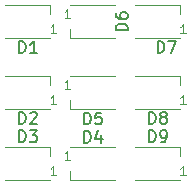
<source format=gbr>
G04 #@! TF.GenerationSoftware,KiCad,Pcbnew,(5.0.0)*
G04 #@! TF.CreationDate,2020-07-01T14:31:39-04:00*
G04 #@! TF.ProjectId,status_leds,7374617475735F6C6564732E6B696361,rev?*
G04 #@! TF.SameCoordinates,Original*
G04 #@! TF.FileFunction,Legend,Top*
G04 #@! TF.FilePolarity,Positive*
%FSLAX46Y46*%
G04 Gerber Fmt 4.6, Leading zero omitted, Abs format (unit mm)*
G04 Created by KiCad (PCBNEW (5.0.0)) date 07/01/20 14:31:39*
%MOMM*%
%LPD*%
G01*
G04 APERTURE LIST*
%ADD10C,0.120000*%
%ADD11C,0.150000*%
G04 APERTURE END LIST*
D10*
G04 #@! TO.C,D9*
X110900000Y-75900000D02*
X107100000Y-75900000D01*
X110900000Y-73100000D02*
X107100000Y-73100000D01*
X110900000Y-73100000D02*
X110900000Y-73850000D01*
G04 #@! TO.C,D8*
X110900000Y-69900000D02*
X107100000Y-69900000D01*
X110900000Y-67100000D02*
X107100000Y-67100000D01*
X110900000Y-67100000D02*
X110900000Y-67850000D01*
G04 #@! TO.C,D7*
X110900000Y-63900000D02*
X107100000Y-63900000D01*
X110900000Y-61100000D02*
X107100000Y-61100000D01*
X110900000Y-61100000D02*
X110900000Y-61850000D01*
G04 #@! TO.C,D6*
X101600000Y-61100000D02*
X105400000Y-61100000D01*
X101600000Y-63900000D02*
X105400000Y-63900000D01*
X101600000Y-63900000D02*
X101600000Y-63150000D01*
G04 #@! TO.C,D5*
X101600000Y-67100000D02*
X105400000Y-67100000D01*
X101600000Y-69900000D02*
X105400000Y-69900000D01*
X101600000Y-69900000D02*
X101600000Y-69150000D01*
G04 #@! TO.C,D4*
X101600000Y-73100000D02*
X105400000Y-73100000D01*
X101600000Y-75900000D02*
X105400000Y-75900000D01*
X101600000Y-75900000D02*
X101600000Y-75150000D01*
G04 #@! TO.C,D3*
X99900000Y-75900000D02*
X96100000Y-75900000D01*
X99900000Y-73100000D02*
X96100000Y-73100000D01*
X99900000Y-73100000D02*
X99900000Y-73850000D01*
G04 #@! TO.C,D2*
X99900000Y-69900000D02*
X96100000Y-69900000D01*
X99900000Y-67100000D02*
X96100000Y-67100000D01*
X99900000Y-67100000D02*
X99900000Y-67850000D01*
G04 #@! TO.C,D1*
X99900000Y-63900000D02*
X96100000Y-63900000D01*
X99900000Y-61100000D02*
X96100000Y-61100000D01*
X99900000Y-61100000D02*
X99900000Y-61850000D01*
G04 #@! TD*
G04 #@! TO.C,D9*
D11*
X108261904Y-72702380D02*
X108261904Y-71702380D01*
X108500000Y-71702380D01*
X108642857Y-71750000D01*
X108738095Y-71845238D01*
X108785714Y-71940476D01*
X108833333Y-72130952D01*
X108833333Y-72273809D01*
X108785714Y-72464285D01*
X108738095Y-72559523D01*
X108642857Y-72654761D01*
X108500000Y-72702380D01*
X108261904Y-72702380D01*
X109309523Y-72702380D02*
X109500000Y-72702380D01*
X109595238Y-72654761D01*
X109642857Y-72607142D01*
X109738095Y-72464285D01*
X109785714Y-72273809D01*
X109785714Y-71892857D01*
X109738095Y-71797619D01*
X109690476Y-71750000D01*
X109595238Y-71702380D01*
X109404761Y-71702380D01*
X109309523Y-71750000D01*
X109261904Y-71797619D01*
X109214285Y-71892857D01*
X109214285Y-72130952D01*
X109261904Y-72226190D01*
X109309523Y-72273809D01*
X109404761Y-72321428D01*
X109595238Y-72321428D01*
X109690476Y-72273809D01*
X109738095Y-72226190D01*
X109785714Y-72130952D01*
D10*
X111364285Y-75489285D02*
X110935714Y-75489285D01*
X111150000Y-75489285D02*
X111150000Y-74739285D01*
X111078571Y-74846428D01*
X111007142Y-74917857D01*
X110935714Y-74953571D01*
G04 #@! TO.C,D8*
D11*
X108261904Y-71152380D02*
X108261904Y-70152380D01*
X108500000Y-70152380D01*
X108642857Y-70200000D01*
X108738095Y-70295238D01*
X108785714Y-70390476D01*
X108833333Y-70580952D01*
X108833333Y-70723809D01*
X108785714Y-70914285D01*
X108738095Y-71009523D01*
X108642857Y-71104761D01*
X108500000Y-71152380D01*
X108261904Y-71152380D01*
X109404761Y-70580952D02*
X109309523Y-70533333D01*
X109261904Y-70485714D01*
X109214285Y-70390476D01*
X109214285Y-70342857D01*
X109261904Y-70247619D01*
X109309523Y-70200000D01*
X109404761Y-70152380D01*
X109595238Y-70152380D01*
X109690476Y-70200000D01*
X109738095Y-70247619D01*
X109785714Y-70342857D01*
X109785714Y-70390476D01*
X109738095Y-70485714D01*
X109690476Y-70533333D01*
X109595238Y-70580952D01*
X109404761Y-70580952D01*
X109309523Y-70628571D01*
X109261904Y-70676190D01*
X109214285Y-70771428D01*
X109214285Y-70961904D01*
X109261904Y-71057142D01*
X109309523Y-71104761D01*
X109404761Y-71152380D01*
X109595238Y-71152380D01*
X109690476Y-71104761D01*
X109738095Y-71057142D01*
X109785714Y-70961904D01*
X109785714Y-70771428D01*
X109738095Y-70676190D01*
X109690476Y-70628571D01*
X109595238Y-70580952D01*
D10*
X111364285Y-69489285D02*
X110935714Y-69489285D01*
X111150000Y-69489285D02*
X111150000Y-68739285D01*
X111078571Y-68846428D01*
X111007142Y-68917857D01*
X110935714Y-68953571D01*
G04 #@! TO.C,D7*
D11*
X108989904Y-65152380D02*
X108989904Y-64152380D01*
X109228000Y-64152380D01*
X109370857Y-64200000D01*
X109466095Y-64295238D01*
X109513714Y-64390476D01*
X109561333Y-64580952D01*
X109561333Y-64723809D01*
X109513714Y-64914285D01*
X109466095Y-65009523D01*
X109370857Y-65104761D01*
X109228000Y-65152380D01*
X108989904Y-65152380D01*
X109894666Y-64152380D02*
X110561333Y-64152380D01*
X110132761Y-65152380D01*
D10*
X111364285Y-63489285D02*
X110935714Y-63489285D01*
X111150000Y-63489285D02*
X111150000Y-62739285D01*
X111078571Y-62846428D01*
X111007142Y-62917857D01*
X110935714Y-62953571D01*
G04 #@! TO.C,D6*
D11*
X106452380Y-63238095D02*
X105452380Y-63238095D01*
X105452380Y-63000000D01*
X105500000Y-62857142D01*
X105595238Y-62761904D01*
X105690476Y-62714285D01*
X105880952Y-62666666D01*
X106023809Y-62666666D01*
X106214285Y-62714285D01*
X106309523Y-62761904D01*
X106404761Y-62857142D01*
X106452380Y-63000000D01*
X106452380Y-63238095D01*
X105452380Y-61809523D02*
X105452380Y-62000000D01*
X105500000Y-62095238D01*
X105547619Y-62142857D01*
X105690476Y-62238095D01*
X105880952Y-62285714D01*
X106261904Y-62285714D01*
X106357142Y-62238095D01*
X106404761Y-62190476D01*
X106452380Y-62095238D01*
X106452380Y-61904761D01*
X106404761Y-61809523D01*
X106357142Y-61761904D01*
X106261904Y-61714285D01*
X106023809Y-61714285D01*
X105928571Y-61761904D01*
X105880952Y-61809523D01*
X105833333Y-61904761D01*
X105833333Y-62095238D01*
X105880952Y-62190476D01*
X105928571Y-62238095D01*
X106023809Y-62285714D01*
D10*
X101564285Y-62189285D02*
X101135714Y-62189285D01*
X101350000Y-62189285D02*
X101350000Y-61439285D01*
X101278571Y-61546428D01*
X101207142Y-61617857D01*
X101135714Y-61653571D01*
G04 #@! TO.C,D5*
D11*
X102761904Y-71202380D02*
X102761904Y-70202380D01*
X103000000Y-70202380D01*
X103142857Y-70250000D01*
X103238095Y-70345238D01*
X103285714Y-70440476D01*
X103333333Y-70630952D01*
X103333333Y-70773809D01*
X103285714Y-70964285D01*
X103238095Y-71059523D01*
X103142857Y-71154761D01*
X103000000Y-71202380D01*
X102761904Y-71202380D01*
X104238095Y-70202380D02*
X103761904Y-70202380D01*
X103714285Y-70678571D01*
X103761904Y-70630952D01*
X103857142Y-70583333D01*
X104095238Y-70583333D01*
X104190476Y-70630952D01*
X104238095Y-70678571D01*
X104285714Y-70773809D01*
X104285714Y-71011904D01*
X104238095Y-71107142D01*
X104190476Y-71154761D01*
X104095238Y-71202380D01*
X103857142Y-71202380D01*
X103761904Y-71154761D01*
X103714285Y-71107142D01*
D10*
X101564285Y-68189285D02*
X101135714Y-68189285D01*
X101350000Y-68189285D02*
X101350000Y-67439285D01*
X101278571Y-67546428D01*
X101207142Y-67617857D01*
X101135714Y-67653571D01*
G04 #@! TO.C,D4*
D11*
X102761904Y-72752380D02*
X102761904Y-71752380D01*
X103000000Y-71752380D01*
X103142857Y-71800000D01*
X103238095Y-71895238D01*
X103285714Y-71990476D01*
X103333333Y-72180952D01*
X103333333Y-72323809D01*
X103285714Y-72514285D01*
X103238095Y-72609523D01*
X103142857Y-72704761D01*
X103000000Y-72752380D01*
X102761904Y-72752380D01*
X104190476Y-72085714D02*
X104190476Y-72752380D01*
X103952380Y-71704761D02*
X103714285Y-72419047D01*
X104333333Y-72419047D01*
D10*
X101564285Y-74189285D02*
X101135714Y-74189285D01*
X101350000Y-74189285D02*
X101350000Y-73439285D01*
X101278571Y-73546428D01*
X101207142Y-73617857D01*
X101135714Y-73653571D01*
G04 #@! TO.C,D3*
D11*
X97261904Y-72702380D02*
X97261904Y-71702380D01*
X97500000Y-71702380D01*
X97642857Y-71750000D01*
X97738095Y-71845238D01*
X97785714Y-71940476D01*
X97833333Y-72130952D01*
X97833333Y-72273809D01*
X97785714Y-72464285D01*
X97738095Y-72559523D01*
X97642857Y-72654761D01*
X97500000Y-72702380D01*
X97261904Y-72702380D01*
X98166666Y-71702380D02*
X98785714Y-71702380D01*
X98452380Y-72083333D01*
X98595238Y-72083333D01*
X98690476Y-72130952D01*
X98738095Y-72178571D01*
X98785714Y-72273809D01*
X98785714Y-72511904D01*
X98738095Y-72607142D01*
X98690476Y-72654761D01*
X98595238Y-72702380D01*
X98309523Y-72702380D01*
X98214285Y-72654761D01*
X98166666Y-72607142D01*
D10*
X100364285Y-75489285D02*
X99935714Y-75489285D01*
X100150000Y-75489285D02*
X100150000Y-74739285D01*
X100078571Y-74846428D01*
X100007142Y-74917857D01*
X99935714Y-74953571D01*
G04 #@! TO.C,D2*
D11*
X97261904Y-71152380D02*
X97261904Y-70152380D01*
X97500000Y-70152380D01*
X97642857Y-70200000D01*
X97738095Y-70295238D01*
X97785714Y-70390476D01*
X97833333Y-70580952D01*
X97833333Y-70723809D01*
X97785714Y-70914285D01*
X97738095Y-71009523D01*
X97642857Y-71104761D01*
X97500000Y-71152380D01*
X97261904Y-71152380D01*
X98214285Y-70247619D02*
X98261904Y-70200000D01*
X98357142Y-70152380D01*
X98595238Y-70152380D01*
X98690476Y-70200000D01*
X98738095Y-70247619D01*
X98785714Y-70342857D01*
X98785714Y-70438095D01*
X98738095Y-70580952D01*
X98166666Y-71152380D01*
X98785714Y-71152380D01*
D10*
X100364285Y-69489285D02*
X99935714Y-69489285D01*
X100150000Y-69489285D02*
X100150000Y-68739285D01*
X100078571Y-68846428D01*
X100007142Y-68917857D01*
X99935714Y-68953571D01*
G04 #@! TO.C,D1*
D11*
X97261904Y-65152380D02*
X97261904Y-64152380D01*
X97500000Y-64152380D01*
X97642857Y-64200000D01*
X97738095Y-64295238D01*
X97785714Y-64390476D01*
X97833333Y-64580952D01*
X97833333Y-64723809D01*
X97785714Y-64914285D01*
X97738095Y-65009523D01*
X97642857Y-65104761D01*
X97500000Y-65152380D01*
X97261904Y-65152380D01*
X98785714Y-65152380D02*
X98214285Y-65152380D01*
X98500000Y-65152380D02*
X98500000Y-64152380D01*
X98404761Y-64295238D01*
X98309523Y-64390476D01*
X98214285Y-64438095D01*
D10*
X100364285Y-63489285D02*
X99935714Y-63489285D01*
X100150000Y-63489285D02*
X100150000Y-62739285D01*
X100078571Y-62846428D01*
X100007142Y-62917857D01*
X99935714Y-62953571D01*
G04 #@! TD*
M02*

</source>
